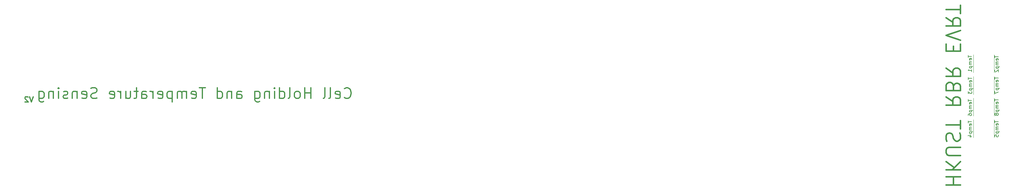
<source format=gbr>
%TF.GenerationSoftware,KiCad,Pcbnew,9.0.4*%
%TF.CreationDate,2025-09-16T19:42:10+08:00*%
%TF.ProjectId,accum_pcb_under,61636375-6d5f-4706-9362-5f756e646572,rev?*%
%TF.SameCoordinates,Original*%
%TF.FileFunction,Legend,Bot*%
%TF.FilePolarity,Positive*%
%FSLAX46Y46*%
G04 Gerber Fmt 4.6, Leading zero omitted, Abs format (unit mm)*
G04 Created by KiCad (PCBNEW 9.0.4) date 2025-09-16 19:42:10*
%MOMM*%
%LPD*%
G01*
G04 APERTURE LIST*
%ADD10C,0.100000*%
%ADD11C,0.150000*%
%ADD12C,0.400000*%
%ADD13C,0.300000*%
G04 APERTURE END LIST*
D10*
X529530115Y-199446257D02*
X529530115Y-204446257D01*
X523805115Y-199454590D02*
X523805115Y-204454590D01*
X529530115Y-217571257D02*
X529530115Y-222571257D01*
X529530115Y-211529590D02*
X529530115Y-216529590D01*
X523805115Y-217579590D02*
X523805115Y-222579590D01*
X523805115Y-205496257D02*
X523805115Y-210496257D01*
X523805115Y-211537923D02*
X523805115Y-216537923D01*
X529530115Y-205487924D02*
X529530115Y-210487924D01*
D11*
X529699934Y-217823512D02*
X529699934Y-218394940D01*
X530699934Y-218109226D02*
X529699934Y-218109226D01*
X530652315Y-219109226D02*
X530699934Y-219013988D01*
X530699934Y-219013988D02*
X530699934Y-218823512D01*
X530699934Y-218823512D02*
X530652315Y-218728274D01*
X530652315Y-218728274D02*
X530557076Y-218680655D01*
X530557076Y-218680655D02*
X530176124Y-218680655D01*
X530176124Y-218680655D02*
X530080886Y-218728274D01*
X530080886Y-218728274D02*
X530033267Y-218823512D01*
X530033267Y-218823512D02*
X530033267Y-219013988D01*
X530033267Y-219013988D02*
X530080886Y-219109226D01*
X530080886Y-219109226D02*
X530176124Y-219156845D01*
X530176124Y-219156845D02*
X530271362Y-219156845D01*
X530271362Y-219156845D02*
X530366600Y-218680655D01*
X530699934Y-219585417D02*
X530033267Y-219585417D01*
X530128505Y-219585417D02*
X530080886Y-219633036D01*
X530080886Y-219633036D02*
X530033267Y-219728274D01*
X530033267Y-219728274D02*
X530033267Y-219871131D01*
X530033267Y-219871131D02*
X530080886Y-219966369D01*
X530080886Y-219966369D02*
X530176124Y-220013988D01*
X530176124Y-220013988D02*
X530699934Y-220013988D01*
X530176124Y-220013988D02*
X530080886Y-220061607D01*
X530080886Y-220061607D02*
X530033267Y-220156845D01*
X530033267Y-220156845D02*
X530033267Y-220299702D01*
X530033267Y-220299702D02*
X530080886Y-220394941D01*
X530080886Y-220394941D02*
X530176124Y-220442560D01*
X530176124Y-220442560D02*
X530699934Y-220442560D01*
X530033267Y-220918750D02*
X531033267Y-220918750D01*
X530080886Y-220918750D02*
X530033267Y-221013988D01*
X530033267Y-221013988D02*
X530033267Y-221204464D01*
X530033267Y-221204464D02*
X530080886Y-221299702D01*
X530080886Y-221299702D02*
X530128505Y-221347321D01*
X530128505Y-221347321D02*
X530223743Y-221394940D01*
X530223743Y-221394940D02*
X530509457Y-221394940D01*
X530509457Y-221394940D02*
X530604695Y-221347321D01*
X530604695Y-221347321D02*
X530652315Y-221299702D01*
X530652315Y-221299702D02*
X530699934Y-221204464D01*
X530699934Y-221204464D02*
X530699934Y-221013988D01*
X530699934Y-221013988D02*
X530652315Y-220918750D01*
X529699934Y-222299702D02*
X529699934Y-221823512D01*
X529699934Y-221823512D02*
X530176124Y-221775893D01*
X530176124Y-221775893D02*
X530128505Y-221823512D01*
X530128505Y-221823512D02*
X530080886Y-221918750D01*
X530080886Y-221918750D02*
X530080886Y-222156845D01*
X530080886Y-222156845D02*
X530128505Y-222252083D01*
X530128505Y-222252083D02*
X530176124Y-222299702D01*
X530176124Y-222299702D02*
X530271362Y-222347321D01*
X530271362Y-222347321D02*
X530509457Y-222347321D01*
X530509457Y-222347321D02*
X530604695Y-222299702D01*
X530604695Y-222299702D02*
X530652315Y-222252083D01*
X530652315Y-222252083D02*
X530699934Y-222156845D01*
X530699934Y-222156845D02*
X530699934Y-221918750D01*
X530699934Y-221918750D02*
X530652315Y-221823512D01*
X530652315Y-221823512D02*
X530604695Y-221775893D01*
X522299934Y-199623512D02*
X522299934Y-200194940D01*
X523299934Y-199909226D02*
X522299934Y-199909226D01*
X523252315Y-200909226D02*
X523299934Y-200813988D01*
X523299934Y-200813988D02*
X523299934Y-200623512D01*
X523299934Y-200623512D02*
X523252315Y-200528274D01*
X523252315Y-200528274D02*
X523157076Y-200480655D01*
X523157076Y-200480655D02*
X522776124Y-200480655D01*
X522776124Y-200480655D02*
X522680886Y-200528274D01*
X522680886Y-200528274D02*
X522633267Y-200623512D01*
X522633267Y-200623512D02*
X522633267Y-200813988D01*
X522633267Y-200813988D02*
X522680886Y-200909226D01*
X522680886Y-200909226D02*
X522776124Y-200956845D01*
X522776124Y-200956845D02*
X522871362Y-200956845D01*
X522871362Y-200956845D02*
X522966600Y-200480655D01*
X523299934Y-201385417D02*
X522633267Y-201385417D01*
X522728505Y-201385417D02*
X522680886Y-201433036D01*
X522680886Y-201433036D02*
X522633267Y-201528274D01*
X522633267Y-201528274D02*
X522633267Y-201671131D01*
X522633267Y-201671131D02*
X522680886Y-201766369D01*
X522680886Y-201766369D02*
X522776124Y-201813988D01*
X522776124Y-201813988D02*
X523299934Y-201813988D01*
X522776124Y-201813988D02*
X522680886Y-201861607D01*
X522680886Y-201861607D02*
X522633267Y-201956845D01*
X522633267Y-201956845D02*
X522633267Y-202099702D01*
X522633267Y-202099702D02*
X522680886Y-202194941D01*
X522680886Y-202194941D02*
X522776124Y-202242560D01*
X522776124Y-202242560D02*
X523299934Y-202242560D01*
X522633267Y-202718750D02*
X523633267Y-202718750D01*
X522680886Y-202718750D02*
X522633267Y-202813988D01*
X522633267Y-202813988D02*
X522633267Y-203004464D01*
X522633267Y-203004464D02*
X522680886Y-203099702D01*
X522680886Y-203099702D02*
X522728505Y-203147321D01*
X522728505Y-203147321D02*
X522823743Y-203194940D01*
X522823743Y-203194940D02*
X523109457Y-203194940D01*
X523109457Y-203194940D02*
X523204695Y-203147321D01*
X523204695Y-203147321D02*
X523252315Y-203099702D01*
X523252315Y-203099702D02*
X523299934Y-203004464D01*
X523299934Y-203004464D02*
X523299934Y-202813988D01*
X523299934Y-202813988D02*
X523252315Y-202718750D01*
X523299934Y-204147321D02*
X523299934Y-203575893D01*
X523299934Y-203861607D02*
X522299934Y-203861607D01*
X522299934Y-203861607D02*
X522442791Y-203766369D01*
X522442791Y-203766369D02*
X522538029Y-203671131D01*
X522538029Y-203671131D02*
X522585648Y-203575893D01*
X529699934Y-205698512D02*
X529699934Y-206269940D01*
X530699934Y-205984226D02*
X529699934Y-205984226D01*
X530652315Y-206984226D02*
X530699934Y-206888988D01*
X530699934Y-206888988D02*
X530699934Y-206698512D01*
X530699934Y-206698512D02*
X530652315Y-206603274D01*
X530652315Y-206603274D02*
X530557076Y-206555655D01*
X530557076Y-206555655D02*
X530176124Y-206555655D01*
X530176124Y-206555655D02*
X530080886Y-206603274D01*
X530080886Y-206603274D02*
X530033267Y-206698512D01*
X530033267Y-206698512D02*
X530033267Y-206888988D01*
X530033267Y-206888988D02*
X530080886Y-206984226D01*
X530080886Y-206984226D02*
X530176124Y-207031845D01*
X530176124Y-207031845D02*
X530271362Y-207031845D01*
X530271362Y-207031845D02*
X530366600Y-206555655D01*
X530699934Y-207460417D02*
X530033267Y-207460417D01*
X530128505Y-207460417D02*
X530080886Y-207508036D01*
X530080886Y-207508036D02*
X530033267Y-207603274D01*
X530033267Y-207603274D02*
X530033267Y-207746131D01*
X530033267Y-207746131D02*
X530080886Y-207841369D01*
X530080886Y-207841369D02*
X530176124Y-207888988D01*
X530176124Y-207888988D02*
X530699934Y-207888988D01*
X530176124Y-207888988D02*
X530080886Y-207936607D01*
X530080886Y-207936607D02*
X530033267Y-208031845D01*
X530033267Y-208031845D02*
X530033267Y-208174702D01*
X530033267Y-208174702D02*
X530080886Y-208269941D01*
X530080886Y-208269941D02*
X530176124Y-208317560D01*
X530176124Y-208317560D02*
X530699934Y-208317560D01*
X530033267Y-208793750D02*
X531033267Y-208793750D01*
X530080886Y-208793750D02*
X530033267Y-208888988D01*
X530033267Y-208888988D02*
X530033267Y-209079464D01*
X530033267Y-209079464D02*
X530080886Y-209174702D01*
X530080886Y-209174702D02*
X530128505Y-209222321D01*
X530128505Y-209222321D02*
X530223743Y-209269940D01*
X530223743Y-209269940D02*
X530509457Y-209269940D01*
X530509457Y-209269940D02*
X530604695Y-209222321D01*
X530604695Y-209222321D02*
X530652315Y-209174702D01*
X530652315Y-209174702D02*
X530699934Y-209079464D01*
X530699934Y-209079464D02*
X530699934Y-208888988D01*
X530699934Y-208888988D02*
X530652315Y-208793750D01*
X529699934Y-209603274D02*
X529699934Y-210269940D01*
X529699934Y-210269940D02*
X530699934Y-209841369D01*
X522324934Y-205773512D02*
X522324934Y-206344940D01*
X523324934Y-206059226D02*
X522324934Y-206059226D01*
X523277315Y-207059226D02*
X523324934Y-206963988D01*
X523324934Y-206963988D02*
X523324934Y-206773512D01*
X523324934Y-206773512D02*
X523277315Y-206678274D01*
X523277315Y-206678274D02*
X523182076Y-206630655D01*
X523182076Y-206630655D02*
X522801124Y-206630655D01*
X522801124Y-206630655D02*
X522705886Y-206678274D01*
X522705886Y-206678274D02*
X522658267Y-206773512D01*
X522658267Y-206773512D02*
X522658267Y-206963988D01*
X522658267Y-206963988D02*
X522705886Y-207059226D01*
X522705886Y-207059226D02*
X522801124Y-207106845D01*
X522801124Y-207106845D02*
X522896362Y-207106845D01*
X522896362Y-207106845D02*
X522991600Y-206630655D01*
X523324934Y-207535417D02*
X522658267Y-207535417D01*
X522753505Y-207535417D02*
X522705886Y-207583036D01*
X522705886Y-207583036D02*
X522658267Y-207678274D01*
X522658267Y-207678274D02*
X522658267Y-207821131D01*
X522658267Y-207821131D02*
X522705886Y-207916369D01*
X522705886Y-207916369D02*
X522801124Y-207963988D01*
X522801124Y-207963988D02*
X523324934Y-207963988D01*
X522801124Y-207963988D02*
X522705886Y-208011607D01*
X522705886Y-208011607D02*
X522658267Y-208106845D01*
X522658267Y-208106845D02*
X522658267Y-208249702D01*
X522658267Y-208249702D02*
X522705886Y-208344941D01*
X522705886Y-208344941D02*
X522801124Y-208392560D01*
X522801124Y-208392560D02*
X523324934Y-208392560D01*
X522658267Y-208868750D02*
X523658267Y-208868750D01*
X522705886Y-208868750D02*
X522658267Y-208963988D01*
X522658267Y-208963988D02*
X522658267Y-209154464D01*
X522658267Y-209154464D02*
X522705886Y-209249702D01*
X522705886Y-209249702D02*
X522753505Y-209297321D01*
X522753505Y-209297321D02*
X522848743Y-209344940D01*
X522848743Y-209344940D02*
X523134457Y-209344940D01*
X523134457Y-209344940D02*
X523229695Y-209297321D01*
X523229695Y-209297321D02*
X523277315Y-209249702D01*
X523277315Y-209249702D02*
X523324934Y-209154464D01*
X523324934Y-209154464D02*
X523324934Y-208963988D01*
X523324934Y-208963988D02*
X523277315Y-208868750D01*
X522324934Y-209678274D02*
X522324934Y-210297321D01*
X522324934Y-210297321D02*
X522705886Y-209963988D01*
X522705886Y-209963988D02*
X522705886Y-210106845D01*
X522705886Y-210106845D02*
X522753505Y-210202083D01*
X522753505Y-210202083D02*
X522801124Y-210249702D01*
X522801124Y-210249702D02*
X522896362Y-210297321D01*
X522896362Y-210297321D02*
X523134457Y-210297321D01*
X523134457Y-210297321D02*
X523229695Y-210249702D01*
X523229695Y-210249702D02*
X523277315Y-210202083D01*
X523277315Y-210202083D02*
X523324934Y-210106845D01*
X523324934Y-210106845D02*
X523324934Y-209821131D01*
X523324934Y-209821131D02*
X523277315Y-209725893D01*
X523277315Y-209725893D02*
X523229695Y-209678274D01*
D12*
X516119438Y-235726052D02*
X520119438Y-235726052D01*
X518214676Y-235726052D02*
X518214676Y-233440337D01*
X516119438Y-233440337D02*
X520119438Y-233440337D01*
X516119438Y-231535576D02*
X520119438Y-231535576D01*
X516119438Y-229249861D02*
X518405153Y-230964147D01*
X520119438Y-229249861D02*
X517833724Y-231535576D01*
X520119438Y-227535576D02*
X516881343Y-227535576D01*
X516881343Y-227535576D02*
X516500391Y-227345099D01*
X516500391Y-227345099D02*
X516309915Y-227154623D01*
X516309915Y-227154623D02*
X516119438Y-226773671D01*
X516119438Y-226773671D02*
X516119438Y-226011766D01*
X516119438Y-226011766D02*
X516309915Y-225630814D01*
X516309915Y-225630814D02*
X516500391Y-225440337D01*
X516500391Y-225440337D02*
X516881343Y-225249861D01*
X516881343Y-225249861D02*
X520119438Y-225249861D01*
X516309915Y-223535576D02*
X516119438Y-222964147D01*
X516119438Y-222964147D02*
X516119438Y-222011766D01*
X516119438Y-222011766D02*
X516309915Y-221630814D01*
X516309915Y-221630814D02*
X516500391Y-221440338D01*
X516500391Y-221440338D02*
X516881343Y-221249861D01*
X516881343Y-221249861D02*
X517262295Y-221249861D01*
X517262295Y-221249861D02*
X517643248Y-221440338D01*
X517643248Y-221440338D02*
X517833724Y-221630814D01*
X517833724Y-221630814D02*
X518024200Y-222011766D01*
X518024200Y-222011766D02*
X518214676Y-222773671D01*
X518214676Y-222773671D02*
X518405153Y-223154623D01*
X518405153Y-223154623D02*
X518595629Y-223345100D01*
X518595629Y-223345100D02*
X518976581Y-223535576D01*
X518976581Y-223535576D02*
X519357534Y-223535576D01*
X519357534Y-223535576D02*
X519738486Y-223345100D01*
X519738486Y-223345100D02*
X519928962Y-223154623D01*
X519928962Y-223154623D02*
X520119438Y-222773671D01*
X520119438Y-222773671D02*
X520119438Y-221821290D01*
X520119438Y-221821290D02*
X519928962Y-221249861D01*
X520119438Y-220107004D02*
X520119438Y-217821290D01*
X516119438Y-218964147D02*
X520119438Y-218964147D01*
X516119438Y-211154623D02*
X518024200Y-212487957D01*
X516119438Y-213440338D02*
X520119438Y-213440338D01*
X520119438Y-213440338D02*
X520119438Y-211916528D01*
X520119438Y-211916528D02*
X519928962Y-211535576D01*
X519928962Y-211535576D02*
X519738486Y-211345099D01*
X519738486Y-211345099D02*
X519357534Y-211154623D01*
X519357534Y-211154623D02*
X518786105Y-211154623D01*
X518786105Y-211154623D02*
X518405153Y-211345099D01*
X518405153Y-211345099D02*
X518214676Y-211535576D01*
X518214676Y-211535576D02*
X518024200Y-211916528D01*
X518024200Y-211916528D02*
X518024200Y-213440338D01*
X518214676Y-208107004D02*
X518024200Y-207535576D01*
X518024200Y-207535576D02*
X517833724Y-207345099D01*
X517833724Y-207345099D02*
X517452772Y-207154623D01*
X517452772Y-207154623D02*
X516881343Y-207154623D01*
X516881343Y-207154623D02*
X516500391Y-207345099D01*
X516500391Y-207345099D02*
X516309915Y-207535576D01*
X516309915Y-207535576D02*
X516119438Y-207916528D01*
X516119438Y-207916528D02*
X516119438Y-209440338D01*
X516119438Y-209440338D02*
X520119438Y-209440338D01*
X520119438Y-209440338D02*
X520119438Y-208107004D01*
X520119438Y-208107004D02*
X519928962Y-207726052D01*
X519928962Y-207726052D02*
X519738486Y-207535576D01*
X519738486Y-207535576D02*
X519357534Y-207345099D01*
X519357534Y-207345099D02*
X518976581Y-207345099D01*
X518976581Y-207345099D02*
X518595629Y-207535576D01*
X518595629Y-207535576D02*
X518405153Y-207726052D01*
X518405153Y-207726052D02*
X518214676Y-208107004D01*
X518214676Y-208107004D02*
X518214676Y-209440338D01*
X516119438Y-203154623D02*
X518024200Y-204487957D01*
X516119438Y-205440338D02*
X520119438Y-205440338D01*
X520119438Y-205440338D02*
X520119438Y-203916528D01*
X520119438Y-203916528D02*
X519928962Y-203535576D01*
X519928962Y-203535576D02*
X519738486Y-203345099D01*
X519738486Y-203345099D02*
X519357534Y-203154623D01*
X519357534Y-203154623D02*
X518786105Y-203154623D01*
X518786105Y-203154623D02*
X518405153Y-203345099D01*
X518405153Y-203345099D02*
X518214676Y-203535576D01*
X518214676Y-203535576D02*
X518024200Y-203916528D01*
X518024200Y-203916528D02*
X518024200Y-205440338D01*
X518214676Y-198392719D02*
X518214676Y-197059385D01*
X516119438Y-196487957D02*
X516119438Y-198392719D01*
X516119438Y-198392719D02*
X520119438Y-198392719D01*
X520119438Y-198392719D02*
X520119438Y-196487957D01*
X520119438Y-195345099D02*
X516119438Y-194011766D01*
X516119438Y-194011766D02*
X520119438Y-192678432D01*
X516119438Y-189059385D02*
X518024200Y-190392719D01*
X516119438Y-191345100D02*
X520119438Y-191345100D01*
X520119438Y-191345100D02*
X520119438Y-189821290D01*
X520119438Y-189821290D02*
X519928962Y-189440338D01*
X519928962Y-189440338D02*
X519738486Y-189249861D01*
X519738486Y-189249861D02*
X519357534Y-189059385D01*
X519357534Y-189059385D02*
X518786105Y-189059385D01*
X518786105Y-189059385D02*
X518405153Y-189249861D01*
X518405153Y-189249861D02*
X518214676Y-189440338D01*
X518214676Y-189440338D02*
X518024200Y-189821290D01*
X518024200Y-189821290D02*
X518024200Y-191345100D01*
X520119438Y-187916528D02*
X520119438Y-185630814D01*
X516119438Y-186773671D02*
X520119438Y-186773671D01*
D11*
X522299934Y-211898512D02*
X522299934Y-212469940D01*
X523299934Y-212184226D02*
X522299934Y-212184226D01*
X523252315Y-213184226D02*
X523299934Y-213088988D01*
X523299934Y-213088988D02*
X523299934Y-212898512D01*
X523299934Y-212898512D02*
X523252315Y-212803274D01*
X523252315Y-212803274D02*
X523157076Y-212755655D01*
X523157076Y-212755655D02*
X522776124Y-212755655D01*
X522776124Y-212755655D02*
X522680886Y-212803274D01*
X522680886Y-212803274D02*
X522633267Y-212898512D01*
X522633267Y-212898512D02*
X522633267Y-213088988D01*
X522633267Y-213088988D02*
X522680886Y-213184226D01*
X522680886Y-213184226D02*
X522776124Y-213231845D01*
X522776124Y-213231845D02*
X522871362Y-213231845D01*
X522871362Y-213231845D02*
X522966600Y-212755655D01*
X523299934Y-213660417D02*
X522633267Y-213660417D01*
X522728505Y-213660417D02*
X522680886Y-213708036D01*
X522680886Y-213708036D02*
X522633267Y-213803274D01*
X522633267Y-213803274D02*
X522633267Y-213946131D01*
X522633267Y-213946131D02*
X522680886Y-214041369D01*
X522680886Y-214041369D02*
X522776124Y-214088988D01*
X522776124Y-214088988D02*
X523299934Y-214088988D01*
X522776124Y-214088988D02*
X522680886Y-214136607D01*
X522680886Y-214136607D02*
X522633267Y-214231845D01*
X522633267Y-214231845D02*
X522633267Y-214374702D01*
X522633267Y-214374702D02*
X522680886Y-214469941D01*
X522680886Y-214469941D02*
X522776124Y-214517560D01*
X522776124Y-214517560D02*
X523299934Y-214517560D01*
X522633267Y-214993750D02*
X523633267Y-214993750D01*
X522680886Y-214993750D02*
X522633267Y-215088988D01*
X522633267Y-215088988D02*
X522633267Y-215279464D01*
X522633267Y-215279464D02*
X522680886Y-215374702D01*
X522680886Y-215374702D02*
X522728505Y-215422321D01*
X522728505Y-215422321D02*
X522823743Y-215469940D01*
X522823743Y-215469940D02*
X523109457Y-215469940D01*
X523109457Y-215469940D02*
X523204695Y-215422321D01*
X523204695Y-215422321D02*
X523252315Y-215374702D01*
X523252315Y-215374702D02*
X523299934Y-215279464D01*
X523299934Y-215279464D02*
X523299934Y-215088988D01*
X523299934Y-215088988D02*
X523252315Y-214993750D01*
X522299934Y-216327083D02*
X522299934Y-216136607D01*
X522299934Y-216136607D02*
X522347553Y-216041369D01*
X522347553Y-216041369D02*
X522395172Y-215993750D01*
X522395172Y-215993750D02*
X522538029Y-215898512D01*
X522538029Y-215898512D02*
X522728505Y-215850893D01*
X522728505Y-215850893D02*
X523109457Y-215850893D01*
X523109457Y-215850893D02*
X523204695Y-215898512D01*
X523204695Y-215898512D02*
X523252315Y-215946131D01*
X523252315Y-215946131D02*
X523299934Y-216041369D01*
X523299934Y-216041369D02*
X523299934Y-216231845D01*
X523299934Y-216231845D02*
X523252315Y-216327083D01*
X523252315Y-216327083D02*
X523204695Y-216374702D01*
X523204695Y-216374702D02*
X523109457Y-216422321D01*
X523109457Y-216422321D02*
X522871362Y-216422321D01*
X522871362Y-216422321D02*
X522776124Y-216374702D01*
X522776124Y-216374702D02*
X522728505Y-216327083D01*
X522728505Y-216327083D02*
X522680886Y-216231845D01*
X522680886Y-216231845D02*
X522680886Y-216041369D01*
X522680886Y-216041369D02*
X522728505Y-215946131D01*
X522728505Y-215946131D02*
X522776124Y-215898512D01*
X522776124Y-215898512D02*
X522871362Y-215850893D01*
X529699934Y-211798512D02*
X529699934Y-212369940D01*
X530699934Y-212084226D02*
X529699934Y-212084226D01*
X530652315Y-213084226D02*
X530699934Y-212988988D01*
X530699934Y-212988988D02*
X530699934Y-212798512D01*
X530699934Y-212798512D02*
X530652315Y-212703274D01*
X530652315Y-212703274D02*
X530557076Y-212655655D01*
X530557076Y-212655655D02*
X530176124Y-212655655D01*
X530176124Y-212655655D02*
X530080886Y-212703274D01*
X530080886Y-212703274D02*
X530033267Y-212798512D01*
X530033267Y-212798512D02*
X530033267Y-212988988D01*
X530033267Y-212988988D02*
X530080886Y-213084226D01*
X530080886Y-213084226D02*
X530176124Y-213131845D01*
X530176124Y-213131845D02*
X530271362Y-213131845D01*
X530271362Y-213131845D02*
X530366600Y-212655655D01*
X530699934Y-213560417D02*
X530033267Y-213560417D01*
X530128505Y-213560417D02*
X530080886Y-213608036D01*
X530080886Y-213608036D02*
X530033267Y-213703274D01*
X530033267Y-213703274D02*
X530033267Y-213846131D01*
X530033267Y-213846131D02*
X530080886Y-213941369D01*
X530080886Y-213941369D02*
X530176124Y-213988988D01*
X530176124Y-213988988D02*
X530699934Y-213988988D01*
X530176124Y-213988988D02*
X530080886Y-214036607D01*
X530080886Y-214036607D02*
X530033267Y-214131845D01*
X530033267Y-214131845D02*
X530033267Y-214274702D01*
X530033267Y-214274702D02*
X530080886Y-214369941D01*
X530080886Y-214369941D02*
X530176124Y-214417560D01*
X530176124Y-214417560D02*
X530699934Y-214417560D01*
X530033267Y-214893750D02*
X531033267Y-214893750D01*
X530080886Y-214893750D02*
X530033267Y-214988988D01*
X530033267Y-214988988D02*
X530033267Y-215179464D01*
X530033267Y-215179464D02*
X530080886Y-215274702D01*
X530080886Y-215274702D02*
X530128505Y-215322321D01*
X530128505Y-215322321D02*
X530223743Y-215369940D01*
X530223743Y-215369940D02*
X530509457Y-215369940D01*
X530509457Y-215369940D02*
X530604695Y-215322321D01*
X530604695Y-215322321D02*
X530652315Y-215274702D01*
X530652315Y-215274702D02*
X530699934Y-215179464D01*
X530699934Y-215179464D02*
X530699934Y-214988988D01*
X530699934Y-214988988D02*
X530652315Y-214893750D01*
X530128505Y-215941369D02*
X530080886Y-215846131D01*
X530080886Y-215846131D02*
X530033267Y-215798512D01*
X530033267Y-215798512D02*
X529938029Y-215750893D01*
X529938029Y-215750893D02*
X529890410Y-215750893D01*
X529890410Y-215750893D02*
X529795172Y-215798512D01*
X529795172Y-215798512D02*
X529747553Y-215846131D01*
X529747553Y-215846131D02*
X529699934Y-215941369D01*
X529699934Y-215941369D02*
X529699934Y-216131845D01*
X529699934Y-216131845D02*
X529747553Y-216227083D01*
X529747553Y-216227083D02*
X529795172Y-216274702D01*
X529795172Y-216274702D02*
X529890410Y-216322321D01*
X529890410Y-216322321D02*
X529938029Y-216322321D01*
X529938029Y-216322321D02*
X530033267Y-216274702D01*
X530033267Y-216274702D02*
X530080886Y-216227083D01*
X530080886Y-216227083D02*
X530128505Y-216131845D01*
X530128505Y-216131845D02*
X530128505Y-215941369D01*
X530128505Y-215941369D02*
X530176124Y-215846131D01*
X530176124Y-215846131D02*
X530223743Y-215798512D01*
X530223743Y-215798512D02*
X530318981Y-215750893D01*
X530318981Y-215750893D02*
X530509457Y-215750893D01*
X530509457Y-215750893D02*
X530604695Y-215798512D01*
X530604695Y-215798512D02*
X530652315Y-215846131D01*
X530652315Y-215846131D02*
X530699934Y-215941369D01*
X530699934Y-215941369D02*
X530699934Y-216131845D01*
X530699934Y-216131845D02*
X530652315Y-216227083D01*
X530652315Y-216227083D02*
X530604695Y-216274702D01*
X530604695Y-216274702D02*
X530509457Y-216322321D01*
X530509457Y-216322321D02*
X530318981Y-216322321D01*
X530318981Y-216322321D02*
X530223743Y-216274702D01*
X530223743Y-216274702D02*
X530176124Y-216227083D01*
X530176124Y-216227083D02*
X530128505Y-216131845D01*
D13*
X349016175Y-211362132D02*
X349159032Y-211504990D01*
X349159032Y-211504990D02*
X349587604Y-211647847D01*
X349587604Y-211647847D02*
X349873318Y-211647847D01*
X349873318Y-211647847D02*
X350301889Y-211504990D01*
X350301889Y-211504990D02*
X350587604Y-211219275D01*
X350587604Y-211219275D02*
X350730461Y-210933561D01*
X350730461Y-210933561D02*
X350873318Y-210362132D01*
X350873318Y-210362132D02*
X350873318Y-209933561D01*
X350873318Y-209933561D02*
X350730461Y-209362132D01*
X350730461Y-209362132D02*
X350587604Y-209076418D01*
X350587604Y-209076418D02*
X350301889Y-208790704D01*
X350301889Y-208790704D02*
X349873318Y-208647847D01*
X349873318Y-208647847D02*
X349587604Y-208647847D01*
X349587604Y-208647847D02*
X349159032Y-208790704D01*
X349159032Y-208790704D02*
X349016175Y-208933561D01*
X346587604Y-211504990D02*
X346873318Y-211647847D01*
X346873318Y-211647847D02*
X347444747Y-211647847D01*
X347444747Y-211647847D02*
X347730461Y-211504990D01*
X347730461Y-211504990D02*
X347873318Y-211219275D01*
X347873318Y-211219275D02*
X347873318Y-210076418D01*
X347873318Y-210076418D02*
X347730461Y-209790704D01*
X347730461Y-209790704D02*
X347444747Y-209647847D01*
X347444747Y-209647847D02*
X346873318Y-209647847D01*
X346873318Y-209647847D02*
X346587604Y-209790704D01*
X346587604Y-209790704D02*
X346444747Y-210076418D01*
X346444747Y-210076418D02*
X346444747Y-210362132D01*
X346444747Y-210362132D02*
X347873318Y-210647847D01*
X344730460Y-211647847D02*
X345016175Y-211504990D01*
X345016175Y-211504990D02*
X345159032Y-211219275D01*
X345159032Y-211219275D02*
X345159032Y-208647847D01*
X343159031Y-211647847D02*
X343444746Y-211504990D01*
X343444746Y-211504990D02*
X343587603Y-211219275D01*
X343587603Y-211219275D02*
X343587603Y-208647847D01*
X339730460Y-211647847D02*
X339730460Y-208647847D01*
X339730460Y-210076418D02*
X338016174Y-210076418D01*
X338016174Y-211647847D02*
X338016174Y-208647847D01*
X336159031Y-211647847D02*
X336444746Y-211504990D01*
X336444746Y-211504990D02*
X336587603Y-211362132D01*
X336587603Y-211362132D02*
X336730460Y-211076418D01*
X336730460Y-211076418D02*
X336730460Y-210219275D01*
X336730460Y-210219275D02*
X336587603Y-209933561D01*
X336587603Y-209933561D02*
X336444746Y-209790704D01*
X336444746Y-209790704D02*
X336159031Y-209647847D01*
X336159031Y-209647847D02*
X335730460Y-209647847D01*
X335730460Y-209647847D02*
X335444746Y-209790704D01*
X335444746Y-209790704D02*
X335301889Y-209933561D01*
X335301889Y-209933561D02*
X335159031Y-210219275D01*
X335159031Y-210219275D02*
X335159031Y-211076418D01*
X335159031Y-211076418D02*
X335301889Y-211362132D01*
X335301889Y-211362132D02*
X335444746Y-211504990D01*
X335444746Y-211504990D02*
X335730460Y-211647847D01*
X335730460Y-211647847D02*
X336159031Y-211647847D01*
X333444745Y-211647847D02*
X333730460Y-211504990D01*
X333730460Y-211504990D02*
X333873317Y-211219275D01*
X333873317Y-211219275D02*
X333873317Y-208647847D01*
X331016174Y-211647847D02*
X331016174Y-208647847D01*
X331016174Y-211504990D02*
X331301888Y-211647847D01*
X331301888Y-211647847D02*
X331873316Y-211647847D01*
X331873316Y-211647847D02*
X332159031Y-211504990D01*
X332159031Y-211504990D02*
X332301888Y-211362132D01*
X332301888Y-211362132D02*
X332444745Y-211076418D01*
X332444745Y-211076418D02*
X332444745Y-210219275D01*
X332444745Y-210219275D02*
X332301888Y-209933561D01*
X332301888Y-209933561D02*
X332159031Y-209790704D01*
X332159031Y-209790704D02*
X331873316Y-209647847D01*
X331873316Y-209647847D02*
X331301888Y-209647847D01*
X331301888Y-209647847D02*
X331016174Y-209790704D01*
X329587602Y-211647847D02*
X329587602Y-209647847D01*
X329587602Y-208647847D02*
X329730459Y-208790704D01*
X329730459Y-208790704D02*
X329587602Y-208933561D01*
X329587602Y-208933561D02*
X329444745Y-208790704D01*
X329444745Y-208790704D02*
X329587602Y-208647847D01*
X329587602Y-208647847D02*
X329587602Y-208933561D01*
X328159031Y-209647847D02*
X328159031Y-211647847D01*
X328159031Y-209933561D02*
X328016174Y-209790704D01*
X328016174Y-209790704D02*
X327730459Y-209647847D01*
X327730459Y-209647847D02*
X327301888Y-209647847D01*
X327301888Y-209647847D02*
X327016174Y-209790704D01*
X327016174Y-209790704D02*
X326873317Y-210076418D01*
X326873317Y-210076418D02*
X326873317Y-211647847D01*
X324159031Y-209647847D02*
X324159031Y-212076418D01*
X324159031Y-212076418D02*
X324301888Y-212362132D01*
X324301888Y-212362132D02*
X324444745Y-212504990D01*
X324444745Y-212504990D02*
X324730459Y-212647847D01*
X324730459Y-212647847D02*
X325159031Y-212647847D01*
X325159031Y-212647847D02*
X325444745Y-212504990D01*
X324159031Y-211504990D02*
X324444745Y-211647847D01*
X324444745Y-211647847D02*
X325016173Y-211647847D01*
X325016173Y-211647847D02*
X325301888Y-211504990D01*
X325301888Y-211504990D02*
X325444745Y-211362132D01*
X325444745Y-211362132D02*
X325587602Y-211076418D01*
X325587602Y-211076418D02*
X325587602Y-210219275D01*
X325587602Y-210219275D02*
X325444745Y-209933561D01*
X325444745Y-209933561D02*
X325301888Y-209790704D01*
X325301888Y-209790704D02*
X325016173Y-209647847D01*
X325016173Y-209647847D02*
X324444745Y-209647847D01*
X324444745Y-209647847D02*
X324159031Y-209790704D01*
X319159031Y-211647847D02*
X319159031Y-210076418D01*
X319159031Y-210076418D02*
X319301888Y-209790704D01*
X319301888Y-209790704D02*
X319587602Y-209647847D01*
X319587602Y-209647847D02*
X320159031Y-209647847D01*
X320159031Y-209647847D02*
X320444745Y-209790704D01*
X319159031Y-211504990D02*
X319444745Y-211647847D01*
X319444745Y-211647847D02*
X320159031Y-211647847D01*
X320159031Y-211647847D02*
X320444745Y-211504990D01*
X320444745Y-211504990D02*
X320587602Y-211219275D01*
X320587602Y-211219275D02*
X320587602Y-210933561D01*
X320587602Y-210933561D02*
X320444745Y-210647847D01*
X320444745Y-210647847D02*
X320159031Y-210504990D01*
X320159031Y-210504990D02*
X319444745Y-210504990D01*
X319444745Y-210504990D02*
X319159031Y-210362132D01*
X317730459Y-209647847D02*
X317730459Y-211647847D01*
X317730459Y-209933561D02*
X317587602Y-209790704D01*
X317587602Y-209790704D02*
X317301887Y-209647847D01*
X317301887Y-209647847D02*
X316873316Y-209647847D01*
X316873316Y-209647847D02*
X316587602Y-209790704D01*
X316587602Y-209790704D02*
X316444745Y-210076418D01*
X316444745Y-210076418D02*
X316444745Y-211647847D01*
X313730459Y-211647847D02*
X313730459Y-208647847D01*
X313730459Y-211504990D02*
X314016173Y-211647847D01*
X314016173Y-211647847D02*
X314587601Y-211647847D01*
X314587601Y-211647847D02*
X314873316Y-211504990D01*
X314873316Y-211504990D02*
X315016173Y-211362132D01*
X315016173Y-211362132D02*
X315159030Y-211076418D01*
X315159030Y-211076418D02*
X315159030Y-210219275D01*
X315159030Y-210219275D02*
X315016173Y-209933561D01*
X315016173Y-209933561D02*
X314873316Y-209790704D01*
X314873316Y-209790704D02*
X314587601Y-209647847D01*
X314587601Y-209647847D02*
X314016173Y-209647847D01*
X314016173Y-209647847D02*
X313730459Y-209790704D01*
X310444744Y-208647847D02*
X308730459Y-208647847D01*
X309587601Y-211647847D02*
X309587601Y-208647847D01*
X306587602Y-211504990D02*
X306873316Y-211647847D01*
X306873316Y-211647847D02*
X307444745Y-211647847D01*
X307444745Y-211647847D02*
X307730459Y-211504990D01*
X307730459Y-211504990D02*
X307873316Y-211219275D01*
X307873316Y-211219275D02*
X307873316Y-210076418D01*
X307873316Y-210076418D02*
X307730459Y-209790704D01*
X307730459Y-209790704D02*
X307444745Y-209647847D01*
X307444745Y-209647847D02*
X306873316Y-209647847D01*
X306873316Y-209647847D02*
X306587602Y-209790704D01*
X306587602Y-209790704D02*
X306444745Y-210076418D01*
X306444745Y-210076418D02*
X306444745Y-210362132D01*
X306444745Y-210362132D02*
X307873316Y-210647847D01*
X305159030Y-211647847D02*
X305159030Y-209647847D01*
X305159030Y-209933561D02*
X305016173Y-209790704D01*
X305016173Y-209790704D02*
X304730458Y-209647847D01*
X304730458Y-209647847D02*
X304301887Y-209647847D01*
X304301887Y-209647847D02*
X304016173Y-209790704D01*
X304016173Y-209790704D02*
X303873316Y-210076418D01*
X303873316Y-210076418D02*
X303873316Y-211647847D01*
X303873316Y-210076418D02*
X303730458Y-209790704D01*
X303730458Y-209790704D02*
X303444744Y-209647847D01*
X303444744Y-209647847D02*
X303016173Y-209647847D01*
X303016173Y-209647847D02*
X302730458Y-209790704D01*
X302730458Y-209790704D02*
X302587601Y-210076418D01*
X302587601Y-210076418D02*
X302587601Y-211647847D01*
X301159030Y-209647847D02*
X301159030Y-212647847D01*
X301159030Y-209790704D02*
X300873316Y-209647847D01*
X300873316Y-209647847D02*
X300301887Y-209647847D01*
X300301887Y-209647847D02*
X300016173Y-209790704D01*
X300016173Y-209790704D02*
X299873316Y-209933561D01*
X299873316Y-209933561D02*
X299730458Y-210219275D01*
X299730458Y-210219275D02*
X299730458Y-211076418D01*
X299730458Y-211076418D02*
X299873316Y-211362132D01*
X299873316Y-211362132D02*
X300016173Y-211504990D01*
X300016173Y-211504990D02*
X300301887Y-211647847D01*
X300301887Y-211647847D02*
X300873316Y-211647847D01*
X300873316Y-211647847D02*
X301159030Y-211504990D01*
X297301887Y-211504990D02*
X297587601Y-211647847D01*
X297587601Y-211647847D02*
X298159030Y-211647847D01*
X298159030Y-211647847D02*
X298444744Y-211504990D01*
X298444744Y-211504990D02*
X298587601Y-211219275D01*
X298587601Y-211219275D02*
X298587601Y-210076418D01*
X298587601Y-210076418D02*
X298444744Y-209790704D01*
X298444744Y-209790704D02*
X298159030Y-209647847D01*
X298159030Y-209647847D02*
X297587601Y-209647847D01*
X297587601Y-209647847D02*
X297301887Y-209790704D01*
X297301887Y-209790704D02*
X297159030Y-210076418D01*
X297159030Y-210076418D02*
X297159030Y-210362132D01*
X297159030Y-210362132D02*
X298587601Y-210647847D01*
X295873315Y-211647847D02*
X295873315Y-209647847D01*
X295873315Y-210219275D02*
X295730458Y-209933561D01*
X295730458Y-209933561D02*
X295587601Y-209790704D01*
X295587601Y-209790704D02*
X295301886Y-209647847D01*
X295301886Y-209647847D02*
X295016172Y-209647847D01*
X292730458Y-211647847D02*
X292730458Y-210076418D01*
X292730458Y-210076418D02*
X292873315Y-209790704D01*
X292873315Y-209790704D02*
X293159029Y-209647847D01*
X293159029Y-209647847D02*
X293730458Y-209647847D01*
X293730458Y-209647847D02*
X294016172Y-209790704D01*
X292730458Y-211504990D02*
X293016172Y-211647847D01*
X293016172Y-211647847D02*
X293730458Y-211647847D01*
X293730458Y-211647847D02*
X294016172Y-211504990D01*
X294016172Y-211504990D02*
X294159029Y-211219275D01*
X294159029Y-211219275D02*
X294159029Y-210933561D01*
X294159029Y-210933561D02*
X294016172Y-210647847D01*
X294016172Y-210647847D02*
X293730458Y-210504990D01*
X293730458Y-210504990D02*
X293016172Y-210504990D01*
X293016172Y-210504990D02*
X292730458Y-210362132D01*
X291730457Y-209647847D02*
X290587600Y-209647847D01*
X291301886Y-208647847D02*
X291301886Y-211219275D01*
X291301886Y-211219275D02*
X291159029Y-211504990D01*
X291159029Y-211504990D02*
X290873314Y-211647847D01*
X290873314Y-211647847D02*
X290587600Y-211647847D01*
X288301886Y-209647847D02*
X288301886Y-211647847D01*
X289587600Y-209647847D02*
X289587600Y-211219275D01*
X289587600Y-211219275D02*
X289444743Y-211504990D01*
X289444743Y-211504990D02*
X289159028Y-211647847D01*
X289159028Y-211647847D02*
X288730457Y-211647847D01*
X288730457Y-211647847D02*
X288444743Y-211504990D01*
X288444743Y-211504990D02*
X288301886Y-211362132D01*
X286873314Y-211647847D02*
X286873314Y-209647847D01*
X286873314Y-210219275D02*
X286730457Y-209933561D01*
X286730457Y-209933561D02*
X286587600Y-209790704D01*
X286587600Y-209790704D02*
X286301885Y-209647847D01*
X286301885Y-209647847D02*
X286016171Y-209647847D01*
X283873314Y-211504990D02*
X284159028Y-211647847D01*
X284159028Y-211647847D02*
X284730457Y-211647847D01*
X284730457Y-211647847D02*
X285016171Y-211504990D01*
X285016171Y-211504990D02*
X285159028Y-211219275D01*
X285159028Y-211219275D02*
X285159028Y-210076418D01*
X285159028Y-210076418D02*
X285016171Y-209790704D01*
X285016171Y-209790704D02*
X284730457Y-209647847D01*
X284730457Y-209647847D02*
X284159028Y-209647847D01*
X284159028Y-209647847D02*
X283873314Y-209790704D01*
X283873314Y-209790704D02*
X283730457Y-210076418D01*
X283730457Y-210076418D02*
X283730457Y-210362132D01*
X283730457Y-210362132D02*
X285159028Y-210647847D01*
X280301885Y-211504990D02*
X279873314Y-211647847D01*
X279873314Y-211647847D02*
X279159028Y-211647847D01*
X279159028Y-211647847D02*
X278873314Y-211504990D01*
X278873314Y-211504990D02*
X278730456Y-211362132D01*
X278730456Y-211362132D02*
X278587599Y-211076418D01*
X278587599Y-211076418D02*
X278587599Y-210790704D01*
X278587599Y-210790704D02*
X278730456Y-210504990D01*
X278730456Y-210504990D02*
X278873314Y-210362132D01*
X278873314Y-210362132D02*
X279159028Y-210219275D01*
X279159028Y-210219275D02*
X279730456Y-210076418D01*
X279730456Y-210076418D02*
X280016171Y-209933561D01*
X280016171Y-209933561D02*
X280159028Y-209790704D01*
X280159028Y-209790704D02*
X280301885Y-209504990D01*
X280301885Y-209504990D02*
X280301885Y-209219275D01*
X280301885Y-209219275D02*
X280159028Y-208933561D01*
X280159028Y-208933561D02*
X280016171Y-208790704D01*
X280016171Y-208790704D02*
X279730456Y-208647847D01*
X279730456Y-208647847D02*
X279016171Y-208647847D01*
X279016171Y-208647847D02*
X278587599Y-208790704D01*
X276159028Y-211504990D02*
X276444742Y-211647847D01*
X276444742Y-211647847D02*
X277016171Y-211647847D01*
X277016171Y-211647847D02*
X277301885Y-211504990D01*
X277301885Y-211504990D02*
X277444742Y-211219275D01*
X277444742Y-211219275D02*
X277444742Y-210076418D01*
X277444742Y-210076418D02*
X277301885Y-209790704D01*
X277301885Y-209790704D02*
X277016171Y-209647847D01*
X277016171Y-209647847D02*
X276444742Y-209647847D01*
X276444742Y-209647847D02*
X276159028Y-209790704D01*
X276159028Y-209790704D02*
X276016171Y-210076418D01*
X276016171Y-210076418D02*
X276016171Y-210362132D01*
X276016171Y-210362132D02*
X277444742Y-210647847D01*
X274730456Y-209647847D02*
X274730456Y-211647847D01*
X274730456Y-209933561D02*
X274587599Y-209790704D01*
X274587599Y-209790704D02*
X274301884Y-209647847D01*
X274301884Y-209647847D02*
X273873313Y-209647847D01*
X273873313Y-209647847D02*
X273587599Y-209790704D01*
X273587599Y-209790704D02*
X273444742Y-210076418D01*
X273444742Y-210076418D02*
X273444742Y-211647847D01*
X272159027Y-211504990D02*
X271873313Y-211647847D01*
X271873313Y-211647847D02*
X271301884Y-211647847D01*
X271301884Y-211647847D02*
X271016170Y-211504990D01*
X271016170Y-211504990D02*
X270873313Y-211219275D01*
X270873313Y-211219275D02*
X270873313Y-211076418D01*
X270873313Y-211076418D02*
X271016170Y-210790704D01*
X271016170Y-210790704D02*
X271301884Y-210647847D01*
X271301884Y-210647847D02*
X271730456Y-210647847D01*
X271730456Y-210647847D02*
X272016170Y-210504990D01*
X272016170Y-210504990D02*
X272159027Y-210219275D01*
X272159027Y-210219275D02*
X272159027Y-210076418D01*
X272159027Y-210076418D02*
X272016170Y-209790704D01*
X272016170Y-209790704D02*
X271730456Y-209647847D01*
X271730456Y-209647847D02*
X271301884Y-209647847D01*
X271301884Y-209647847D02*
X271016170Y-209790704D01*
X269587599Y-211647847D02*
X269587599Y-209647847D01*
X269587599Y-208647847D02*
X269730456Y-208790704D01*
X269730456Y-208790704D02*
X269587599Y-208933561D01*
X269587599Y-208933561D02*
X269444742Y-208790704D01*
X269444742Y-208790704D02*
X269587599Y-208647847D01*
X269587599Y-208647847D02*
X269587599Y-208933561D01*
X268159028Y-209647847D02*
X268159028Y-211647847D01*
X268159028Y-209933561D02*
X268016171Y-209790704D01*
X268016171Y-209790704D02*
X267730456Y-209647847D01*
X267730456Y-209647847D02*
X267301885Y-209647847D01*
X267301885Y-209647847D02*
X267016171Y-209790704D01*
X267016171Y-209790704D02*
X266873314Y-210076418D01*
X266873314Y-210076418D02*
X266873314Y-211647847D01*
X264159028Y-209647847D02*
X264159028Y-212076418D01*
X264159028Y-212076418D02*
X264301885Y-212362132D01*
X264301885Y-212362132D02*
X264444742Y-212504990D01*
X264444742Y-212504990D02*
X264730456Y-212647847D01*
X264730456Y-212647847D02*
X265159028Y-212647847D01*
X265159028Y-212647847D02*
X265444742Y-212504990D01*
X264159028Y-211504990D02*
X264444742Y-211647847D01*
X264444742Y-211647847D02*
X265016170Y-211647847D01*
X265016170Y-211647847D02*
X265301885Y-211504990D01*
X265301885Y-211504990D02*
X265444742Y-211362132D01*
X265444742Y-211362132D02*
X265587599Y-211076418D01*
X265587599Y-211076418D02*
X265587599Y-210219275D01*
X265587599Y-210219275D02*
X265444742Y-209933561D01*
X265444742Y-209933561D02*
X265301885Y-209790704D01*
X265301885Y-209790704D02*
X265016170Y-209647847D01*
X265016170Y-209647847D02*
X264444742Y-209647847D01*
X264444742Y-209647847D02*
X264159028Y-209790704D01*
D11*
X529699934Y-199698512D02*
X529699934Y-200269940D01*
X530699934Y-199984226D02*
X529699934Y-199984226D01*
X530652315Y-200984226D02*
X530699934Y-200888988D01*
X530699934Y-200888988D02*
X530699934Y-200698512D01*
X530699934Y-200698512D02*
X530652315Y-200603274D01*
X530652315Y-200603274D02*
X530557076Y-200555655D01*
X530557076Y-200555655D02*
X530176124Y-200555655D01*
X530176124Y-200555655D02*
X530080886Y-200603274D01*
X530080886Y-200603274D02*
X530033267Y-200698512D01*
X530033267Y-200698512D02*
X530033267Y-200888988D01*
X530033267Y-200888988D02*
X530080886Y-200984226D01*
X530080886Y-200984226D02*
X530176124Y-201031845D01*
X530176124Y-201031845D02*
X530271362Y-201031845D01*
X530271362Y-201031845D02*
X530366600Y-200555655D01*
X530699934Y-201460417D02*
X530033267Y-201460417D01*
X530128505Y-201460417D02*
X530080886Y-201508036D01*
X530080886Y-201508036D02*
X530033267Y-201603274D01*
X530033267Y-201603274D02*
X530033267Y-201746131D01*
X530033267Y-201746131D02*
X530080886Y-201841369D01*
X530080886Y-201841369D02*
X530176124Y-201888988D01*
X530176124Y-201888988D02*
X530699934Y-201888988D01*
X530176124Y-201888988D02*
X530080886Y-201936607D01*
X530080886Y-201936607D02*
X530033267Y-202031845D01*
X530033267Y-202031845D02*
X530033267Y-202174702D01*
X530033267Y-202174702D02*
X530080886Y-202269941D01*
X530080886Y-202269941D02*
X530176124Y-202317560D01*
X530176124Y-202317560D02*
X530699934Y-202317560D01*
X530033267Y-202793750D02*
X531033267Y-202793750D01*
X530080886Y-202793750D02*
X530033267Y-202888988D01*
X530033267Y-202888988D02*
X530033267Y-203079464D01*
X530033267Y-203079464D02*
X530080886Y-203174702D01*
X530080886Y-203174702D02*
X530128505Y-203222321D01*
X530128505Y-203222321D02*
X530223743Y-203269940D01*
X530223743Y-203269940D02*
X530509457Y-203269940D01*
X530509457Y-203269940D02*
X530604695Y-203222321D01*
X530604695Y-203222321D02*
X530652315Y-203174702D01*
X530652315Y-203174702D02*
X530699934Y-203079464D01*
X530699934Y-203079464D02*
X530699934Y-202888988D01*
X530699934Y-202888988D02*
X530652315Y-202793750D01*
X529795172Y-203650893D02*
X529747553Y-203698512D01*
X529747553Y-203698512D02*
X529699934Y-203793750D01*
X529699934Y-203793750D02*
X529699934Y-204031845D01*
X529699934Y-204031845D02*
X529747553Y-204127083D01*
X529747553Y-204127083D02*
X529795172Y-204174702D01*
X529795172Y-204174702D02*
X529890410Y-204222321D01*
X529890410Y-204222321D02*
X529985648Y-204222321D01*
X529985648Y-204222321D02*
X530128505Y-204174702D01*
X530128505Y-204174702D02*
X530699934Y-203603274D01*
X530699934Y-203603274D02*
X530699934Y-204222321D01*
X522299934Y-217873512D02*
X522299934Y-218444940D01*
X523299934Y-218159226D02*
X522299934Y-218159226D01*
X523252315Y-219159226D02*
X523299934Y-219063988D01*
X523299934Y-219063988D02*
X523299934Y-218873512D01*
X523299934Y-218873512D02*
X523252315Y-218778274D01*
X523252315Y-218778274D02*
X523157076Y-218730655D01*
X523157076Y-218730655D02*
X522776124Y-218730655D01*
X522776124Y-218730655D02*
X522680886Y-218778274D01*
X522680886Y-218778274D02*
X522633267Y-218873512D01*
X522633267Y-218873512D02*
X522633267Y-219063988D01*
X522633267Y-219063988D02*
X522680886Y-219159226D01*
X522680886Y-219159226D02*
X522776124Y-219206845D01*
X522776124Y-219206845D02*
X522871362Y-219206845D01*
X522871362Y-219206845D02*
X522966600Y-218730655D01*
X523299934Y-219635417D02*
X522633267Y-219635417D01*
X522728505Y-219635417D02*
X522680886Y-219683036D01*
X522680886Y-219683036D02*
X522633267Y-219778274D01*
X522633267Y-219778274D02*
X522633267Y-219921131D01*
X522633267Y-219921131D02*
X522680886Y-220016369D01*
X522680886Y-220016369D02*
X522776124Y-220063988D01*
X522776124Y-220063988D02*
X523299934Y-220063988D01*
X522776124Y-220063988D02*
X522680886Y-220111607D01*
X522680886Y-220111607D02*
X522633267Y-220206845D01*
X522633267Y-220206845D02*
X522633267Y-220349702D01*
X522633267Y-220349702D02*
X522680886Y-220444941D01*
X522680886Y-220444941D02*
X522776124Y-220492560D01*
X522776124Y-220492560D02*
X523299934Y-220492560D01*
X522633267Y-220968750D02*
X523633267Y-220968750D01*
X522680886Y-220968750D02*
X522633267Y-221063988D01*
X522633267Y-221063988D02*
X522633267Y-221254464D01*
X522633267Y-221254464D02*
X522680886Y-221349702D01*
X522680886Y-221349702D02*
X522728505Y-221397321D01*
X522728505Y-221397321D02*
X522823743Y-221444940D01*
X522823743Y-221444940D02*
X523109457Y-221444940D01*
X523109457Y-221444940D02*
X523204695Y-221397321D01*
X523204695Y-221397321D02*
X523252315Y-221349702D01*
X523252315Y-221349702D02*
X523299934Y-221254464D01*
X523299934Y-221254464D02*
X523299934Y-221063988D01*
X523299934Y-221063988D02*
X523252315Y-220968750D01*
X522633267Y-222302083D02*
X523299934Y-222302083D01*
X522252315Y-222063988D02*
X522966600Y-221825893D01*
X522966600Y-221825893D02*
X522966600Y-222444940D01*
D13*
X262555889Y-211154418D02*
X262055889Y-212654418D01*
X262055889Y-212654418D02*
X261555889Y-211154418D01*
X261127318Y-211297275D02*
X261055890Y-211225847D01*
X261055890Y-211225847D02*
X260913033Y-211154418D01*
X260913033Y-211154418D02*
X260555890Y-211154418D01*
X260555890Y-211154418D02*
X260413033Y-211225847D01*
X260413033Y-211225847D02*
X260341604Y-211297275D01*
X260341604Y-211297275D02*
X260270175Y-211440132D01*
X260270175Y-211440132D02*
X260270175Y-211582990D01*
X260270175Y-211582990D02*
X260341604Y-211797275D01*
X260341604Y-211797275D02*
X261198747Y-212654418D01*
X261198747Y-212654418D02*
X260270175Y-212654418D01*
M02*

</source>
